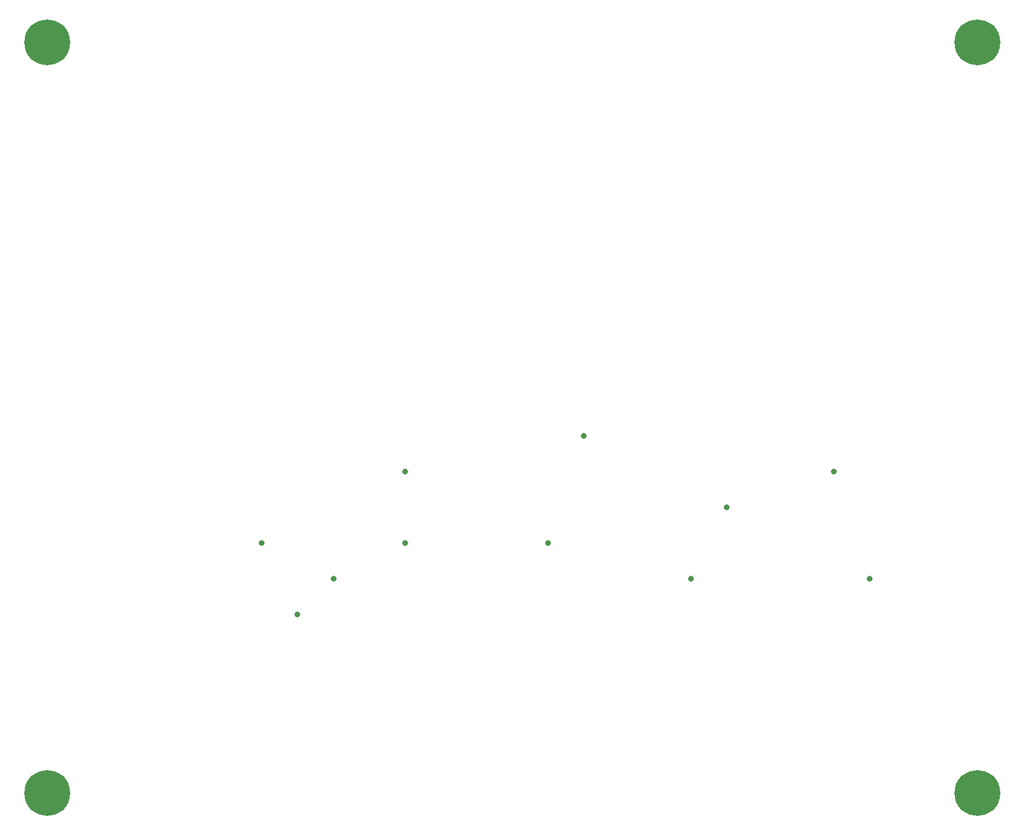
<source format=gbr>
%TF.GenerationSoftware,KiCad,Pcbnew,5.1.10-88a1d61d58~90~ubuntu20.04.1*%
%TF.CreationDate,2021-11-01T14:17:02+00:00*%
%TF.ProjectId,UFOMothership,55464f4d-6f74-4686-9572-736869702e6b,rev?*%
%TF.SameCoordinates,Original*%
%TF.FileFunction,Copper,L2,Bot*%
%TF.FilePolarity,Positive*%
%FSLAX46Y46*%
G04 Gerber Fmt 4.6, Leading zero omitted, Abs format (unit mm)*
G04 Created by KiCad (PCBNEW 5.1.10-88a1d61d58~90~ubuntu20.04.1) date 2021-11-01 14:17:02*
%MOMM*%
%LPD*%
G01*
G04 APERTURE LIST*
%TA.AperFunction,ComponentPad*%
%ADD10C,6.400000*%
%TD*%
%TA.AperFunction,ComponentPad*%
%ADD11C,0.800000*%
%TD*%
%TA.AperFunction,ViaPad*%
%ADD12C,0.800000*%
%TD*%
G04 APERTURE END LIST*
D10*
%TO.P,REF\u002A\u002A,1*%
%TO.N,N/C*%
X205000000Y-40000000D03*
D11*
X207400000Y-40000000D03*
X206697056Y-41697056D03*
X205000000Y-42400000D03*
X203302944Y-41697056D03*
X202600000Y-40000000D03*
X203302944Y-38302944D03*
X205000000Y-37600000D03*
X206697056Y-38302944D03*
%TD*%
D10*
%TO.P,REF\u002A\u002A,1*%
%TO.N,N/C*%
X75000000Y-40000000D03*
D11*
X77400000Y-40000000D03*
X76697056Y-41697056D03*
X75000000Y-42400000D03*
X73302944Y-41697056D03*
X72600000Y-40000000D03*
X73302944Y-38302944D03*
X75000000Y-37600000D03*
X76697056Y-38302944D03*
%TD*%
D10*
%TO.P,REF\u002A\u002A,1*%
%TO.N,N/C*%
X75000000Y-145000000D03*
D11*
X77400000Y-145000000D03*
X76697056Y-146697056D03*
X75000000Y-147400000D03*
X73302944Y-146697056D03*
X72600000Y-145000000D03*
X73302944Y-143302944D03*
X75000000Y-142600000D03*
X76697056Y-143302944D03*
%TD*%
%TO.P,REF\u002A\u002A,1*%
%TO.N,N/C*%
X206697056Y-143302944D03*
X205000000Y-142600000D03*
X203302944Y-143302944D03*
X202600000Y-145000000D03*
X203302944Y-146697056D03*
X205000000Y-147400000D03*
X206697056Y-146697056D03*
X207400000Y-145000000D03*
D10*
X205000000Y-145000000D03*
%TD*%
D12*
%TO.N,*%
X145000000Y-110000000D03*
X185000000Y-100000000D03*
X150000000Y-95000000D03*
X105000000Y-110000000D03*
X125000000Y-100000000D03*
X125000000Y-110000000D03*
X115000000Y-115000000D03*
X110000000Y-120000000D03*
X190000000Y-115000000D03*
X170000000Y-105000000D03*
X165000000Y-115000000D03*
X165000000Y-115000000D03*
%TD*%
M02*

</source>
